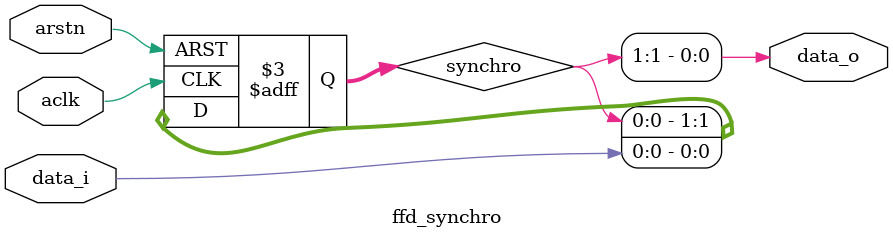
<source format=v>

`timescale 1 ns / 1 ps
`default_nettype none

module ffd_synchro

    (
    input wire  aclk,
    input wire  arstn,
    input wire  data_i,
    output wire data_o
    );

    reg [1:0] synchro;

    always @ (posedge aclk or negedge arstn) begin

        if (arstn == 1'b0) begin
            synchro <= 2'b0;
        end
        else begin
            synchro <= {synchro[0], data_i};
        end
    end

    assign data_o = synchro[1];


endmodule

`resetall


</source>
